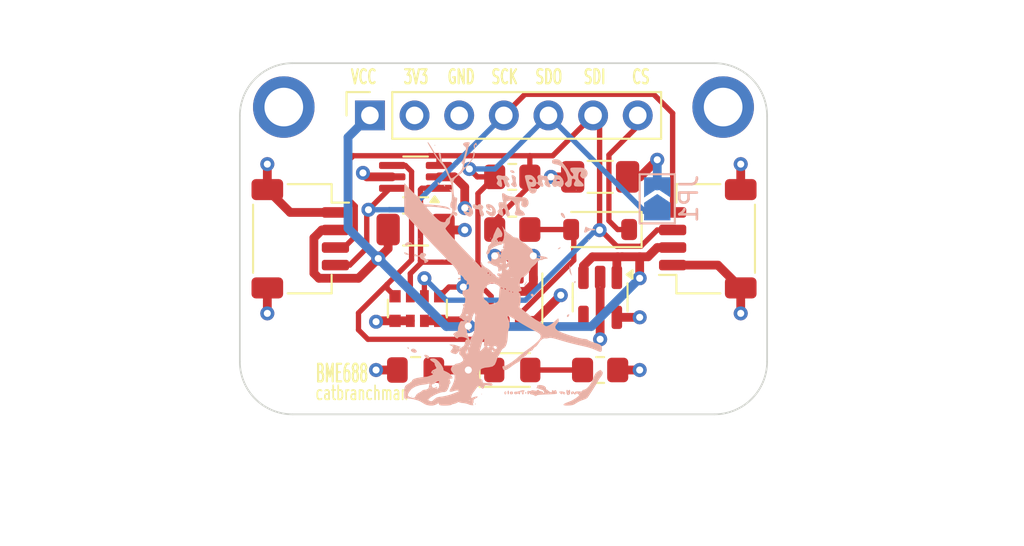
<source format=kicad_pcb>
(kicad_pcb (version 20240108) (generator "pcbnew") (generator_version "8.0")
  (layers (0 "F.Cu" signal) (1 "In1.Cu" power) (2 "In2.Cu" power) (31 "B.Cu" signal) (34 "B.Paste" user) (35 "F.Paste" user) (36 "B.SilkS" user "B.Silkscreen") (37 "F.SilkS" user "F.Silkscreen") (38 "B.Mask" user) (39 "F.Mask" user) (44 "Edge.Cuts" user))
  (net 0 "")
  (net 1 "GND")
  (net 2 "VCC")
  (net 3 "+3.3V")
  (net 4 "/CS_3V")
  (net 5 "/CS")
  (net 6 "Net-(D2-A)")
  (net 13 "/SDI{slash}SDA")
  (net 14 "/SCK{slash}SCL")
  (net 15 "/SDO{slash}ADR")
  (net 16 "/SDI_3V")
  (net 17 "/SCK_3V")
  (footprint "Package_TO_SOT_SMD:SOT-363_SC-70-6_Handsoldering" (layer "F.Cu") (at 222 93.475 180)
    (property "Reference" "Q1" (hide yes))
    (property "Value" "BSS138BKS,115")
    (pad "1" smd roundrect (at -1.33 -0.65 180) (size 1.5 0.4) (layers "F.Cu" "F.Paste" "F.Mask") (net 17 "/SCK_3V"))
    (pad "2" smd roundrect (at -1.33 0 180) (size 1.5 0.4) (layers "F.Cu" "F.Paste" "F.Mask") (net 3 "+3.3V"))
    (pad "3" smd roundrect (at -1.33 0.65 180) (size 1.5 0.4) (layers "F.Cu" "F.Paste" "F.Mask") (net 13 "/SDI{slash}SDA"))
    (pad "4" smd roundrect (at 1.33 0.65 180) (size 1.5 0.4) (layers "F.Cu" "F.Paste" "F.Mask") (net 16 "/SDI_3V"))
    (pad "5" smd roundrect (at 1.33 0 180) (size 1.5 0.4) (layers "F.Cu" "F.Paste" "F.Mask") (net 3 "+3.3V"))
    (pad "6" smd roundrect (at 1.33 -0.65 180) (size 1.5 0.4) (layers "F.Cu" "F.Paste" "F.Mask") (net 14 "/SCK{slash}SCL"))
  )
  (footprint "Resistor_SMD:R_0805_2012Metric_Pad1.20x1.40mm_HandSolder" (layer "F.Cu") (at 227.5 96.475)
    (property "Reference" "R1" (hide yes))
    (property "Value" "10kΩ")
    (pad "1" smd roundrect (at -1 0) (size 1.2 1.4) (layers "F.Cu" "F.Paste" "F.Mask") (roundrect_rratio 0.208333) (net 13 "/SDI{slash}SDA"))
    (pad "2" smd roundrect (at 1 0) (size 1.2 1.4) (layers "F.Cu" "F.Paste" "F.Mask") (roundrect_rratio 0.208333) (net 4 "/CS_3V"))
  )
  (footprint "MountingHole:MountingHole_2.2mm_M2_ISO7380" (layer "F.Cu") (at 214.5 104.5)
    (property "Reference" "H3" (hide yes))
    (property "Value" "MountingHole")
    (pad "" np_thru_hole circle (at 0 0) (size 2.2 2.2) (drill 2.2) (layers "*.Cu" "*.Mask"))
  )
  (footprint "Capacitor_SMD:C_1206_3216Metric_Pad1.33x1.80mm_HandSolder" (layer "F.Cu") (at 222 96.475)
    (property "Reference" "C1" (hide yes))
    (property "Value" "10uF")
    (pad "1" smd roundrect (at -1.5625 0) (size 1.325 1.8) (layers "F.Cu" "F.Paste" "F.Mask") (roundrect_rratio 0.188679) (net 2 "VCC"))
    (pad "2" smd roundrect (at 1.5625 0) (size 1.325 1.8) (layers "F.Cu" "F.Paste" "F.Mask") (roundrect_rratio 0.188679) (net 1 "GND"))
  )
  (footprint "MountingHole:MountingHole_2.2mm_M2_ISO7380" (layer "F.Cu") (at 239.5 104.5)
    (property "Reference" "H4" (hide yes))
    (property "Value" "MountingHole")
    (pad "" np_thru_hole circle (at 0 0) (size 2.2 2.2) (drill 2.2) (layers "*.Cu" "*.Mask"))
  )
  (footprint "Package_TO_SOT_SMD:SOT-23-5" (layer "F.Cu") (at 232.5 100.3375 -90)
    (property "Reference" "U2" (hide yes))
    (property "Value" "XC6210B332MR-G")
    (pad "1" smd roundrect (at -1.1375 -0.95 270) (size 1.325 0.6) (layers "F.Cu" "F.Paste" "F.Mask") (net 2 "VCC"))
    (pad "2" smd roundrect (at -1.1375 0 270) (size 1.325 0.6) (layers "F.Cu" "F.Paste" "F.Mask") (net 1 "GND"))
    (pad "3" smd roundrect (at -1.1375 0.95 270) (size 1.325 0.6) (layers "F.Cu" "F.Paste" "F.Mask") (net 2 "VCC"))
    (pad "4" smd roundrect (at 1.1375 0.95 270) (size 1.325 0.6) (layers "F.Cu" "F.Paste" "F.Mask"))
    (pad "5" smd roundrect (at 1.1375 -0.95 270) (size 1.325 0.6) (layers "F.Cu" "F.Paste" "F.Mask") (net 3 "+3.3V"))
  )
  (footprint "Resistor_SMD:R_0805_2012Metric_Pad1.20x1.40mm_HandSolder" (layer "F.Cu") (at 232.5 104.475 180)
    (property "Reference" "R3" (hide yes))
    (property "Value" "10kΩ")
    (pad "1" smd roundrect (at -1 0 180) (size 1.2 1.4) (layers "F.Cu" "F.Paste" "F.Mask") (roundrect_rratio 0.208333) (net 3 "+3.3V"))
    (pad "2" smd roundrect (at 1 0 180) (size 1.2 1.4) (layers "F.Cu" "F.Paste" "F.Mask") (roundrect_rratio 0.208333) (net 6 "Net-(D2-A)"))
  )
  (footprint "Connector_JST:JST_SH_SM04B-SRSS-TB_1x04-1MP_P1.00mm_Horizontal" (layer "F.Cu") (at 238.625 97 90)
    (property "Reference" "J3" (hide yes))
    (property "Value" "STEMMA_I2C_QT")
    (pad "1" smd roundrect (at -1.5 -2 90) (size 0.6 1.55) (layers "F.Cu" "F.Paste" "F.Mask") (net 1 "GND"))
    (pad "2" smd roundrect (at -0.5 -2 90) (size 0.6 1.55) (layers "F.Cu" "F.Paste" "F.Mask") (net 2 "VCC"))
    (pad "3" smd roundrect (at 0.5 -2 90) (size 0.6 1.55) (layers "F.Cu" "F.Paste" "F.Mask") (net 13 "/SDI{slash}SDA"))
    (pad "4" smd roundrect (at 1.5 -2 90) (size 0.6 1.55) (layers "F.Cu" "F.Paste" "F.Mask") (net 14 "/SCK{slash}SCL"))
    (pad "MP" smd roundrect (at -2.8 1.875 90) (size 1.2 1.8) (layers "F.Cu" "F.Paste" "F.Mask") (roundrect_rratio 0.208333) (net 1 "GND"))
    (pad "MP" smd roundrect (at 2.8 1.875 90) (size 1.2 1.8) (layers "F.Cu" "F.Paste" "F.Mask") (roundrect_rratio 0.208333) (net 1 "GND"))
  )
  (footprint "Capacitor_SMD:C_1206_3216Metric_Pad1.33x1.80mm_HandSolder" (layer "F.Cu") (at 232.5 93.475)
    (property "Reference" "C2" (hide yes))
    (property "Value" "10uF")
    (pad "1" smd roundrect (at -1.5625 0) (size 1.325 1.8) (layers "F.Cu" "F.Paste" "F.Mask") (roundrect_rratio 0.188679) (net 3 "+3.3V"))
    (pad "2" smd roundrect (at 1.5625 0) (size 1.325 1.8) (layers "F.Cu" "F.Paste" "F.Mask") (roundrect_rratio 0.188679) (net 1 "GND"))
  )
  (footprint "Package_LGA:Bosch_LGA-8_3x3mm_P0.8mm_ClockwisePinNumbering" (layer "F.Cu") (at 227.5 100.475 180)
    (property "Reference" "U1" (hide yes))
    (property "Value" "BME688")
    (pad "1" smd roundrect (at -1.2 -1.1875 180) (size 0.5 0.525) (layers "F.Cu" "F.Paste" "F.Mask") (net 1 "GND"))
    (pad "2" smd roundrect (at -0.4 -1.1875 180) (size 0.5 0.525) (layers "F.Cu" "F.Paste" "F.Mask") (net 4 "/CS_3V"))
    (pad "3" smd roundrect (at 0.4 -1.1875 180) (size 0.5 0.525) (layers "F.Cu" "F.Paste" "F.Mask") (net 16 "/SDI_3V"))
    (pad "4" smd roundrect (at 1.2 -1.1875 180) (size 0.5 0.525) (layers "F.Cu" "F.Paste" "F.Mask") (net 17 "/SCK_3V"))
    (pad "5" smd roundrect (at 1.2 1.1875 180) (size 0.5 0.525) (layers "F.Cu" "F.Paste" "F.Mask") (net 15 "/SDO{slash}ADR"))
    (pad "6" smd roundrect (at 0.4 1.1875 180) (size 0.5 0.525) (layers "F.Cu" "F.Paste" "F.Mask") (net 3 "+3.3V"))
    (pad "7" smd roundrect (at -0.4 1.1875 180) (size 0.5 0.525) (layers "F.Cu" "F.Paste" "F.Mask") (net 1 "GND"))
    (pad "8" smd roundrect (at -1.2 1.1875 180) (size 0.5 0.525) (layers "F.Cu" "F.Paste" "F.Mask") (net 3 "+3.3V"))
  )
  (footprint "MountingHole:MountingHole_2.2mm_M2_ISO7380_Pad_TopBottom" (layer "F.Cu") (at 214.5 89.5)
    (property "Reference" "H1" (hide yes))
    (property "Value" "MountingHole_Pad")
    (pad "1" thru_hole circle (at 0 0) (size 2.6 2.6) (drill 2.2) (layers "*.Cu" "*.Mask"))
    (pad "1" connect circle (at 0 0) (size 3.5 3.5) (layers "F.Cu" "F.Mask"))
    (pad "1" connect circle (at 0 0) (size 3.5 3.5) (layers "B.Cu" "B.Mask"))
  )
  (footprint "Connector_PinSocket_2.54mm:PinSocket_1x07_P2.54mm_Vertical" (layer "F.Cu") (at 219.4 89.975 90)
    (property "Reference" "J1" (hide yes))
    (property "Value" "Conn_01x07")
    (pad "1" thru_hole rect (at 0 0 90) (size 1.7 1.7) (drill 1) (layers "*.Cu" "*.Mask") (net 2 "VCC"))
    (pad "2" thru_hole oval (at 0 2.54 90) (size 1.7 1.7) (drill 1) (layers "*.Cu" "*.Mask") (net 3 "+3.3V"))
    (pad "3" thru_hole oval (at 0 5.08 90) (size 1.7 1.7) (drill 1) (layers "*.Cu" "*.Mask") (net 1 "GND"))
    (pad "4" thru_hole oval (at 0 7.62 90) (size 1.7 1.7) (drill 1) (layers "*.Cu" "*.Mask") (net 14 "/SCK{slash}SCL"))
    (pad "5" thru_hole oval (at 0 10.16 90) (size 1.7 1.7) (drill 1) (layers "*.Cu" "*.Mask") (net 15 "/SDO{slash}ADR"))
    (pad "6" thru_hole oval (at 0 12.7 90) (size 1.7 1.7) (drill 1) (layers "*.Cu" "*.Mask") (net 13 "/SDI{slash}SDA"))
    (pad "7" thru_hole oval (at 0 15.24 90) (size 1.7 1.7) (drill 1) (layers "*.Cu" "*.Mask") (net 5 "/CS"))
  )
  (footprint "LED_SMD:LED_0805_2012Metric_Pad1.15x1.40mm_HandSolder" (layer "F.Cu") (at 227.5 104.475)
    (property "Reference" "D2" (hide yes))
    (property "Value" "LED")
    (pad "1" smd roundrect (at -1.025 0) (size 1.15 1.4) (layers "F.Cu" "F.Paste" "F.Mask") (roundrect_rratio 0.217391) (net 1 "GND"))
    (pad "2" smd roundrect (at 1.025 0) (size 1.15 1.4) (layers "F.Cu" "F.Paste" "F.Mask") (roundrect_rratio 0.217391) (net 6 "Net-(D2-A)"))
  )
  (footprint "Capacitor_SMD:C_0805_2012Metric_Pad1.18x1.45mm_HandSolder" (layer "F.Cu") (at 222 104.475)
    (property "Reference" "C3" (hide yes))
    (property "Value" "0.1uF")
    (pad "1" smd roundrect (at -1.0375 0) (size 1.175 1.45) (layers "F.Cu" "F.Paste" "F.Mask") (roundrect_rratio 0.212766) (net 3 "+3.3V"))
    (pad "2" smd roundrect (at 1.0375 0) (size 1.175 1.45) (layers "F.Cu" "F.Paste" "F.Mask") (roundrect_rratio 0.212766) (net 1 "GND"))
  )
  (footprint "Resistor_SMD:R_0805_2012Metric_Pad1.20x1.40mm_HandSolder" (layer "F.Cu") (at 227.5 93.475 180)
    (property "Reference" "R2" (hide yes))
    (property "Value" "10kΩ")
    (pad "1" smd roundrect (at -1 0 180) (size 1.2 1.4) (layers "F.Cu" "F.Paste" "F.Mask") (roundrect_rratio 0.208333) (net 13 "/SDI{slash}SDA"))
    (pad "2" smd roundrect (at 1 0 180) (size 1.2 1.4) (layers "F.Cu" "F.Paste" "F.Mask") (roundrect_rratio 0.208333) (net 15 "/SDO{slash}ADR"))
  )
  (footprint "MountingHole:MountingHole_2.2mm_M2_ISO7380_Pad_TopBottom" (layer "F.Cu") (at 239.5 89.5)
    (property "Reference" "H2" (hide yes))
    (property "Value" "MountingHole_Pad")
    (pad "1" thru_hole circle (at 0 0) (size 2.6 2.6) (drill 2.2) (layers "*.Cu" "*.Mask"))
    (pad "1" connect circle (at 0 0) (size 3.5 3.5) (layers "F.Cu" "F.Mask"))
    (pad "1" connect circle (at 0 0) (size 3.5 3.5) (layers "B.Cu" "B.Mask"))
  )
  (footprint "Resistor_SMD:R_Array_Convex_4x0612" (layer "F.Cu") (at 222.1 100.975 -90)
    (property "Reference" "RN1" (hide yes))
    (property "Value" "10kΩ")
    (pad "1" smd rect (at -0.7 -1.27 270) (size 0.7 0.64) (layers "F.Cu" "F.Paste" "F.Mask") (net 14 "/SCK{slash}SCL"))
    (pad "2" smd rect (at -0.7 -0.4 270) (size 0.7 0.5) (layers "F.Cu" "F.Paste" "F.Mask") (net 13 "/SDI{slash}SDA"))
    (pad "3" smd rect (at -0.7 0.4 270) (size 0.7 0.5) (layers "F.Cu" "F.Paste" "F.Mask") (net 17 "/SCK_3V"))
    (pad "4" smd rect (at -0.7 1.27 270) (size 0.7 0.64) (layers "F.Cu" "F.Paste" "F.Mask") (net 16 "/SDI_3V"))
    (pad "5" smd rect (at 0.7 1.27 270) (size 0.7 0.64) (layers "F.Cu" "F.Paste" "F.Mask") (net 3 "+3.3V"))
    (pad "6" smd rect (at 0.7 0.4 270) (size 0.7 0.5) (layers "F.Cu" "F.Paste" "F.Mask") (net 3 "+3.3V"))
    (pad "7" smd rect (at 0.7 -0.4 270) (size 0.7 0.5) (layers "F.Cu" "F.Paste" "F.Mask") (net 2 "VCC"))
    (pad "8" smd rect (at 0.7 -1.27 270) (size 0.7 0.64) (layers "F.Cu" "F.Paste" "F.Mask") (net 2 "VCC"))
  )
  (footprint "Diode_SMD:D_SOD-123" (layer "F.Cu") (at 232.5 96.475 180)
    (property "Reference" "D1" (hide yes))
    (property "Value" "1N4148W")
    (pad "1" smd roundrect (at -1.65 0 180) (size 0.9 1.2) (layers "F.Cu" "F.Paste" "F.Mask") (net 5 "/CS"))
    (pad "2" smd roundrect (at 1.65 0 180) (size 0.9 1.2) (layers "F.Cu" "F.Paste" "F.Mask") (net 4 "/CS_3V"))
  )
  (footprint "Connector_JST:JST_SH_SM04B-SRSS-TB_1x04-1MP_P1.00mm_Horizontal" (layer "F.Cu") (at 215.4375 97 -90)
    (property "Reference" "J2" (hide yes))
    (property "Value" "STEMMA_I2C_QT")
    (pad "1" smd roundrect (at -1.5 -2 270) (size 0.6 1.55) (layers "F.Cu" "F.Paste" "F.Mask") (net 1 "GND"))
    (pad "2" smd roundrect (at -0.5 -2 270) (size 0.6 1.55) (layers "F.Cu" "F.Paste" "F.Mask") (net 2 "VCC"))
    (pad "3" smd roundrect (at 0.5 -2 270) (size 0.6 1.55) (layers "F.Cu" "F.Paste" "F.Mask") (net 13 "/SDI{slash}SDA"))
    (pad "4" smd roundrect (at 1.5 -2 270) (size 0.6 1.55) (layers "F.Cu" "F.Paste" "F.Mask") (net 14 "/SCK{slash}SCL"))
    (pad "MP" smd roundrect (at -2.8 1.875 270) (size 1.2 1.8) (layers "F.Cu" "F.Paste" "F.Mask") (roundrect_rratio 0.208333) (net 1 "GND"))
    (pad "MP" smd roundrect (at 2.8 1.875 270) (size 1.2 1.8) (layers "F.Cu" "F.Paste" "F.Mask") (roundrect_rratio 0.208333) (net 1 "GND"))
  )
  (footprint "LOGO" (layer "B.Cu") (at 227.000831 99 180)
    (property "Reference" "G***" (hide yes))
    (property "Value" "LOGO" (hide yes))
  )
  (footprint "Jumper:SolderJumper-2_P1.3mm_Open_TrianglePad1.0x1.5mm" (layer "B.Cu") (at 235.75 94.725 90)
    (property "Reference" "JP1" (at 0 1.8 90) (layer "B.SilkS") (effects (justify mirror)))
    (property "Value" "SolderJumper_2_Open")
    (pad "1" smd custom (at -0.725 0 90) (size 0.3 0.3) (layers "B.Cu" "B.Mask") (net 15 "/SDO{slash}ADR") (options (clearance outline) (anchor rect)) (primitives (gr_poly (pts (xy 1 0) (xy 0.5 -0.75) (xy -0.5 -0.75) (xy -0.5 0.75) (xy 0.5 0.75)) (width 0) (fill yes))))
    (pad "2" smd custom (at 0.725 0 90) (size 0.3 0.3) (layers "B.Cu" "B.Mask") (net 1 "GND") (options (clearance outline) (anchor rect)) (primitives (gr_poly (pts (xy 0.5 -0.75) (xy -0.65 -0.75) (xy -0.15 0) (xy -0.65 0.75) (xy 0.5 0.75)) (width 0) (fill yes))))
  )
  (gr_line (start 215 87) (end 239 87) (stroke (width 0.1)) (layer "Edge.Cuts"))
  (gr_line (start 242 90) (end 242 104) (stroke (width 0.1)) (layer "Edge.Cuts"))
  (gr_arc (start 212 90) (mid 212.87868 87.87868) (end 215 87) (stroke (width 0.1)) (layer "Edge.Cuts"))
  (gr_line (start 239 107) (end 215 107) (stroke (width 0.1)) (layer "Edge.Cuts"))
  (gr_arc (start 239 87) (mid 241.12132 87.87868) (end 242 90) (stroke (width 0.1)) (layer "Edge.Cuts"))
  (gr_arc (start 215 107) (mid 212.87868 106.12132) (end 212 104) (stroke (width 0.1)) (layer "Edge.Cuts"))
  (gr_line (start 212 104) (end 212 90) (stroke (width 0.1)) (layer "Edge.Cuts"))
  (gr_arc (start 242 104) (mid 241.12132 106.12132) (end 239 107) (stroke (width 0.1)) (layer "Edge.Cuts"))
  (gr_text "catbranchman" (at 216.25 106.25 0) (layer "F.SilkS") (effects (font (size 0.8 0.5) (thickness 0.09375) (bold yes)) (justify left bottom)))
  (gr_text "BME688" (at 216.25 105.25 0) (layer "F.SilkS") (effects (font (size 1 0.5) (thickness 0.125) (bold yes)) (justify left bottom)))
  (gr_text "SDO" (at 228.75 88.25 0) (layer "F.SilkS") (effects (font (size 0.8 0.5) (thickness 0.125)) (justify left bottom)))
  (gr_text "3V3" (at 221.25 88.25 0) (layer "F.SilkS") (effects (font (size 0.8 0.5) (thickness 0.125)) (justify left bottom)))
  (gr_text "VCC" (at 218.25 88.25 0) (layer "F.SilkS") (effects (font (size 0.8 0.5) (thickness 0.125)) (justify left bottom)))
  (gr_text "SDI" (at 231.5 88.25 0) (layer "F.SilkS") (effects (font (size 0.8 0.5) (thickness 0.125)) (justify left bottom)))
  (gr_text "CS" (at 234.25 88.25 0) (layer "F.SilkS") (effects (font (size 0.8 0.5) (thickness 0.125)) (justify left bottom)))
  (gr_text "GND" (at 223.75 88.25 0) (layer "F.SilkS") (effects (font (size 0.8 0.5) (thickness 0.125)) (justify left bottom)))
  (gr_text "SCK" (at 226.25 88.25 0) (layer "F.SilkS") (effects (font (size 0.8 0.5) (thickness 0.125)) (justify left bottom)))
  (segment (start 224.7952 96.5) (end 223.65 96.5) (width 0.5) (layer "F.Cu") (net 1))
  (segment (start 236.625 98.5) (end 239.2 98.5) (width 0.5) (layer "F.Cu") (net 1))
  (segment (start 239.2 98.5) (end 240.5 99.8) (width 0.5) (layer "F.Cu") (net 1))
  (segment (start 234.775 93.475) (end 234.0625 93.475) (width 0.5) (layer "F.Cu") (net 1))
  (segment (start 217.4375 95.5) (end 214.8625 95.5) (width 0.5) (layer "F.Cu") (net 1))
  (segment (start 240.5 99.8) (end 240.5 101.25) (width 0.5) (layer "F.Cu") (net 1))
  (segment (start 227.9 99.14639) (end 227.9 99.2875) (width 0.3048) (layer "F.Cu") (net 1))
  (segment (start 228.8125 101.6625) (end 228.7 101.6625) (width 0.3048) (layer "F.Cu") (net 1))
  (segment (start 240.5 92.75) (end 240.5 94.2) (width 0.5) (layer "F.Cu") (net 1))
  (segment (start 227.25 97.975) (end 226.5 97.975) (width 0.5) (layer "F.Cu") (net 1))
  (segment (start 225 104.475) (end 223.0375 104.475) (width 0.5) (layer "F.Cu") (net 1))
  (segment (start 227.9 98.625) (end 227.25 97.975) (width 0.5) (layer "F.Cu") (net 1))
  (segment (start 213.5625 92.75) (end 213.5625 94.2) (width 0.5) (layer "F.Cu") (net 1))
  (segment (start 213.5625 100.2625) (end 213.5625 101.25) (width 0.5) (layer "F.Cu") (net 1))
  (segment (start 230.2601 100.2149) (end 228.8125 101.6625) (width 0.5) (layer "F.Cu") (net 1))
  (segment (start 235.75 92.5) (end 234.775 93.475) (width 0.5) (layer "F.Cu") (net 1))
  (segment (start 214.8625 95.5) (end 213.5625 94.2) (width 0.5) (layer "F.Cu") (net 1))
  (segment (start 232.5 99.2) (end 232.5 102.725) (width 0.5) (layer "F.Cu") (net 1))
  (segment (start 225 104.475) (end 226.475 104.475) (width 0.5) (layer "F.Cu") (net 1))
  (segment (start 227.9 99.14639) (end 227.9 98.625) (width 0.5) (layer "F.Cu") (net 1))
  (via (at 235.75 92.5) (size 0.8) (drill 0.4) (layers "F.Cu" "B.Cu") (net 1))
  (via (at 240.5 92.75) (size 0.8) (drill 0.4) (layers "F.Cu" "B.Cu") (net 1))
  (via (at 213.5625 92.75) (size 0.8) (drill 0.4) (layers "F.Cu" "B.Cu") (net 1))
  (via (at 232.5 102.725) (size 0.8) (drill 0.4) (layers "F.Cu" "B.Cu") (net 1))
  (via (at 213.5625 101.25) (size 0.8) (drill 0.4) (layers "F.Cu" "B.Cu") (net 1))
  (via (at 226.5 97.975) (size 0.8) (drill 0.4) (layers "F.Cu" "B.Cu") (net 1))
  (via (at 240.5 101.25) (size 0.8) (drill 0.4) (layers "F.Cu" "B.Cu") (net 1))
  (via (at 224.7952 96.5) (size 0.8) (drill 0.4) (layers "F.Cu" "B.Cu") (net 1))
  (via (at 230.2601 100.2149) (size 0.8) (drill 0.4) (layers "F.Cu" "B.Cu") (net 1))
  (via (at 225 104.475) (size 0.8) (drill 0.4) (layers "F.Cu" "B.Cu") (net 1))
  (segment (start 235.75 92.5) (end 235.75 93.995097) (width 0.5) (layer "B.Cu") (net 1))
  (segment (start 235.75 97.5) (end 236.625 97.5) (width 0.5) (layer "F.Cu") (net 2))
  (segment (start 217.4375 96.5) (end 216.662501 96.5) (width 0.5) (layer "F.Cu") (net 2))
  (segment (start 225 101.975) (end 224.7 101.675) (width 0.5) (layer "F.Cu") (net 2))
  (segment (start 233.75 98.0274) (end 233.7476 98.0298) (width 0.5) (layer "F.Cu") (net 2))
  (segment (start 220.4375 96.475) (end 220.4375 97.5625) (width 0.5) (layer "F.Cu") (net 2))
  (segment (start 216.2125 98.9625) (end 216.5 99.25) (width 0.5) (layer "F.Cu") (net 2))
  (segment (start 234.75 98.0274) (end 233.75 98.0274) (width 0.5) (layer "F.Cu") (net 2))
  (segment (start 232.057701 98.0298) (end 231.55 98.537501) (width 0.5) (layer "F.Cu") (net 2))
  (segment (start 216.5 99.25) (end 218.75 99.25) (width 0.5) (layer "F.Cu") (net 2))
  (segment (start 220.4375 97.5625) (end 219.875 98.125) (width 0.5) (layer "F.Cu") (net 2))
  (segment (start 224.7 101.675) (end 223.3 101.675) (width 0.5) (layer "F.Cu") (net 2))
  (segment (start 235.2226 98.0274) (end 235.75 97.5) (width 0.5) (layer "F.Cu") (net 2))
  (segment (start 234.75 98.0274) (end 235.2226 98.0274) (width 0.5) (layer "F.Cu") (net 2))
  (segment (start 223.37 101.675) (end 222.5 101.675) (width 0.5) (layer "F.Cu") (net 2))
  (segment (start 231.55 98.537501) (end 231.55 99.2) (width 0.5) (layer "F.Cu") (net 2))
  (segment (start 216.662501 96.5) (end 216.2125 96.950001) (width 0.5) (layer "F.Cu") (net 2))
  (segment (start 216.2125 96.950001) (end 216.2125 98.9625) (width 0.5) (layer "F.Cu") (net 2))
  (segment (start 233.45 99.2) (end 233.45 98.0798) (width 0.5) (layer "F.Cu") (net 2))
  (segment (start 233.5 98.0298) (end 232.057701 98.0298) (width 0.5) (layer "F.Cu") (net 2))
  (segment (start 233.45 98.0798) (end 233.5 98.0298) (width 0.5) (layer "F.Cu") (net 2))
  (segment (start 234.75 99.25) (end 234.75 98.0274) (width 0.5) (layer "F.Cu") (net 2))
  (segment (start 218.75 99.25) (end 219.875 98.125) (width 0.5) (layer "F.Cu") (net 2))
  (segment (start 233.7476 98.0298) (end 233.5 98.0298) (width 0.5) (layer "F.Cu") (net 2))
  (via (at 225 101.975) (size 0.8) (drill 0.4) (layers "F.Cu" "B.Cu") (net 2))
  (via (at 234.75 99.25) (size 0.8) (drill 0.4) (layers "F.Cu" "B.Cu") (net 2))
  (via (at 219.875 98.125) (size 0.8) (drill 0.4) (layers "F.Cu" "B.Cu") (net 2))
  (segment (start 219.875 98.125) (end 223.75 102) (width 0.5) (layer "B.Cu") (net 2))
  (segment (start 232 102) (end 234.75 99.25) (width 0.5) (layer "B.Cu") (net 2))
  (segment (start 219.875 98.125) (end 218.1548 96.4048) (width 0.5) (layer "B.Cu") (net 2))
  (segment (start 223.75 102) (end 232 102) (width 0.5) (layer "B.Cu") (net 2))
  (segment (start 218.1548 96.4048) (end 218.1548 91.2202) (width 0.5) (layer "B.Cu") (net 2))
  (segment (start 219.782935 98.217065) (end 219.782935 98.029172) (width 0.5) (layer "B.Cu") (net 2))
  (segment (start 218.1548 91.2202) (end 219.4 89.975) (width 0.5) (layer "B.Cu") (net 2))
  (segment (start 219.782935 98.029172) (end 219.782935 98.032935) (width 0.5) (layer "B.Cu") (net 2))
  (segment (start 219.782935 98.032935) (end 219.875 98.125) (width 0.5) (layer "B.Cu") (net 2))
  (segment (start 228.7 97.975) (end 228.7 99.2875) (width 0.5) (layer "F.Cu") (net 3))
  (segment (start 234.75 101.475) (end 233.45 101.475) (width 0.5) (layer "F.Cu") (net 3))
  (segment (start 219.75 101.725) (end 219.8 101.675) (width 0.5) (layer "F.Cu") (net 3))
  (segment (start 227.275 100) (end 227.1 99.825) (width 0.5) (layer "F.Cu") (net 3))
  (segment (start 219.2298 93.475) (end 220.67 93.475) (width 0.5) (layer "F.Cu") (net 3))
  (segment (start 224.7952 94.059612) (end 224.210588 93.475) (width 0.5) (layer "F.Cu") (net 3))
  (segment (start 224.210588 93.475) (end 223.33 93.475) (width 0.5) (layer "F.Cu") (net 3))
  (segment (start 219.0048 93.25) (end 219.2298 93.475) (width 0.5) (layer "F.Cu") (net 3))
  (segment (start 221.7 101.675) (end 220.83 101.675) (width 0.5) (layer "F.Cu") (net 3))
  (segment (start 228.7 99.566638) (end 228.266638 100) (width 0.5) (layer "F.Cu") (net 3))
  (segment (start 229.7 93.475) (end 230.9375 93.475) (width 0.5) (layer "F.Cu") (net 3))
  (segment (start 228.7 99.2875) (end 228.7 99.566638) (width 0.5) (layer "F.Cu") (net 3))
  (segment (start 220.9625 104.475) (end 219.75 104.475) (width 0.5) (layer "F.Cu") (net 3))
  (segment (start 233.5 104.475) (end 234.75 104.475) (width 0.5) (layer "F.Cu") (net 3))
  (segment (start 219.8 101.675) (end 220.83 101.675) (width 0.5) (layer "F.Cu") (net 3))
  (segment (start 228.266638 100) (end 227.275 100) (width 0.5) (layer "F.Cu") (net 3))
  (segment (start 227.1 99.825) (end 227.1 99.2875) (width 0.5) (layer "F.Cu") (net 3))
  (segment (start 224.7952 95.25) (end 224.7952 94.059612) (width 0.5) (layer "F.Cu") (net 3))
  (via (at 219.75 104.475) (size 0.8) (drill 0.4) (layers "F.Cu" "B.Cu") (net 3))
  (via (at 219.0048 93.25) (size 0.8) (drill 0.4) (layers "F.Cu" "B.Cu") (net 3))
  (via (at 234.75 101.475) (size 0.8) (drill 0.4) (layers "F.Cu" "B.Cu") (net 3))
  (via (at 229.7 93.475) (size 0.8) (drill 0.4) (layers "F.Cu" "B.Cu") (net 3))
  (via (at 224.7952 95.25) (size 0.8) (drill 0.4) (layers "F.Cu" "B.Cu") (net 3))
  (via (at 219.75 101.725) (size 0.8) (drill 0.4) (layers "F.Cu" "B.Cu") (net 3))
  (via (at 234.75 104.475) (size 0.8) (drill 0.4) (layers "F.Cu" "B.Cu") (net 3))
  (via (at 228.7 97.975) (size 0.8) (drill 0.4) (layers "F.Cu" "B.Cu") (net 3))
  (segment (start 231 98.225) (end 227.9 101.325) (width 0.3048) (layer "F.Cu") (net 4))
  (segment (start 228.5 96.475) (end 230.85 96.475) (width 0.3048) (layer "F.Cu") (net 4))
  (segment (start 231 96.625) (end 231 98.225) (width 0.3048) (layer "F.Cu") (net 4))
  (segment (start 227.9 101.325) (end 227.9 101.6625) (width 0.3048) (layer "F.Cu") (net 4))
  (segment (start 233 95.975) (end 233 92.225) (width 0.3) (layer "F.Cu") (net 5))
  (segment (start 233 92.225) (end 234.64 90.585) (width 0.3) (layer "F.Cu") (net 5))
  (segment (start 233.5 96.475) (end 233 95.975) (width 0.3) (layer "F.Cu") (net 5))
  (segment (start 234.15 96.475) (end 233.5 96.475) (width 0.3) (layer "F.Cu") (net 5))
  (segment (start 231.5 104.475) (end 228.525 104.475) (width 0.3048) (layer "F.Cu") (net 6))
  (segment (start 218.4524 92.2726) (end 218.2524 92.4726) (width 0.3048) (layer "F.Cu") (net 13))
  (segment (start 222.7776 92.2726) (end 223.33 92.2726) (width 0.3048) (layer "F.Cu") (net 13))
  (segment (start 218.5649 95.137742) (end 218.5649 96.862258) (width 0.3048) (layer "F.Cu") (net 13))
  (segment (start 218.2524 94.825242) (end 218.5649 95.137742) (width 0.3048) (layer "F.Cu") (net 13))
  (segment (start 222.7776 92.2726) (end 228.5 92.2726) (width 0.3048) (layer "F.Cu") (net 13))
  (segment (start 233.4524 97.4274) (end 232.469669 96.444669) (width 0.3048) (layer "F.Cu") (net 13))
  (segment (start 228.5 93.475) (end 228.5 92.2726) (width 0.3) (layer "F.Cu") (net 13))
  (segment (start 218.2524 92.4726) (end 218.2524 94.825242) (width 0.3048) (layer "F.Cu") (net 13))
  (segment (start 222.5 99.25) (end 222.5 100.275) (width 0.3) (layer "F.Cu") (net 13))
  (segment (start 218.5649 96.862258) (end 217.927158 97.5) (width 0.3048) (layer "F.Cu") (net 13))
  (segment (start 222.7776 92.2726) (end 218.4524 92.2726) (width 0.3048) (layer "F.Cu") (net 13))
  (segment (start 234.8226 97.4274) (end 235.75 96.5) (width 0.3) (layer "F.Cu") (net 13))
  (segment (start 232.469669 96.444669) (end 232.469669 90.400531) (width 0.3048) (layer "F.Cu") (net 13))
  (segment (start 229.8024 92.2726) (end 232.1 89.975) (width 0.3048) (layer "F.Cu") (net 13))
  (segment (start 228.5 92.2726) (end 229.8024 92.2726) (width 0.3048) (layer "F.Cu") (net 13))
  (segment (start 223.33 92.2726) (end 223.33 92.825) (width 0.3048) (layer "F.Cu") (net 13))
  (segment (start 228.5 93.975) (end 226.5 95.975) (width 0.3) (layer "F.Cu") (net 13))
  (segment (start 233.4524 97.4274) (end 234.8226 97.4274) (width 0.3) (layer "F.Cu") (net 13))
  (segment (start 235.75 96.5) (end 236.625 96.5) (width 0.3) (layer "F.Cu") (net 13))
  (via (at 222.5 99.25) (size 0.8) (drill 0.4) (layers "F.Cu" "B.Cu") (net 13))
  (via (at 232.469669 96.505331) (size 0.8) (drill 0.4) (layers "F.Cu" "B.Cu") (net 13))
  (segment (start 232.244669 96.505331) (end 232.469669 96.505331) (width 0.3) (layer "B.Cu") (net 13))
  (segment (start 228.25 100.5) (end 232.244669 96.505331) (width 0.3) (layer "B.Cu") (net 13))
  (segment (start 223.75 100.5) (end 228.25 100.5) (width 0.3) (layer "B.Cu") (net 13))
  (segment (start 222.5 99.25) (end 223.75 100.5) (width 0.3) (layer "B.Cu") (net 13))
  (segment (start 223.895 99.75) (end 223.37 100.275) (width 0.3) (layer "F.Cu") (net 14))
  (segment (start 228.2224 88.7726) (end 227.02 89.975) (width 0.3048) (layer "F.Cu") (net 14))
  (segment (start 219.3173 95.3476) (end 220.5399 94.125) (width 0.3048) (layer "F.Cu") (net 14))
  (segment (start 219.2197 97.5303) (end 218.25 98.5) (width 0.3048) (layer "F.Cu") (net 14))
  (segment (start 219.2197 95.4452) (end 219.2197 97.5303) (width 0.3048) (layer "F.Cu") (net 14))
  (segment (start 236.625 95.5) (end 236.625 89.85) (width 0.3048) (layer "F.Cu") (net 14))
  (segment (start 218.25 98.5) (end 217.4375 98.5) (width 0.3048) (layer "F.Cu") (net 14))
  (segment (start 235.5476 88.7726) (end 228.2224 88.7726) (width 0.3048) (layer "F.Cu") (net 14))
  (segment (start 224.714341 99.75) (end 223.895 99.75) (width 0.3) (layer "F.Cu") (net 14))
  (segment (start 219.3173 95.3476) (end 219.2197 95.4452) (width 0.3048) (layer "F.Cu") (net 14))
  (segment (start 236.625 89.85) (end 235.5476 88.7726) (width 0.3048) (layer "F.Cu") (net 14))
  (via (at 224.714341 99.75) (size 0.8) (drill 0.4) (layers "F.Cu" "B.Cu") (net 14))
  (via (at 219.3173 95.3476) (size 0.8) (drill 0.4) (layers "F.Cu" "B.Cu") (net 14))
  (segment (start 221.6524 95.3476) (end 226.75 90.25) (width 0.3048) (layer "B.Cu") (net 14))
  (segment (start 224.714341 98.464341) (end 221.5976 95.3476) (width 0.3) (layer "B.Cu") (net 14))
  (segment (start 221.5976 95.3476) (end 220.5 95.3476) (width 0.3) (layer "B.Cu") (net 14))
  (segment (start 224.714341 99.75) (end 224.714341 98.464341) (width 0.3) (layer "B.Cu") (net 14))
  (segment (start 220.5 95.3476) (end 221.6524 95.3476) (width 0.3048) (layer "B.Cu") (net 14))
  (segment (start 220.5 95.3476) (end 219.3173 95.3476) (width 0.3048) (layer "B.Cu") (net 14))
  (segment (start 225.061139 93.025) (end 225.511139 93.475) (width 0.3048) (layer "F.Cu") (net 15))
  (segment (start 225.5476 98.5351) (end 226.3 99.2875) (width 0.3048) (layer "F.Cu") (net 15))
  (segment (start 225.511139 93.475) (end 226.5 93.475) (width 0.3048) (layer "F.Cu") (net 15))
  (segment (start 226.5 93.475) (end 225.5476 94.4274) (width 0.3048) (layer "F.Cu") (net 15))
  (segment (start 225.5476 94.4274) (end 225.5476 98.5351) (width 0.3048) (layer "F.Cu") (net 15))
  (via (at 225.061139 93.025) (size 0.8) (drill 0.4) (layers "F.Cu" "B.Cu") (net 15))
  (segment (start 229.56 89.975) (end 235.035 95.45) (width 0.3) (layer "B.Cu") (net 15))
  (segment (start 225.061139 93.025) (end 226.51 93.025) (width 0.3) (layer "B.Cu") (net 15))
  (segment (start 226.51 93.025) (end 229.56 89.975) (width 0.3) (layer "B.Cu") (net 15))
  (segment (start 235.035 95.45) (end 235.75 95.45) (width 0.3) (layer "B.Cu") (net 15))
  (segment (start 221.77 98.205) (end 221.77 93.175001) (width 0.3) (layer "F.Cu") (net 16))
  (segment (start 227.1 101.6625) (end 227.1 101.924999) (width 0.3) (layer "F.Cu") (net 16))
  (segment (start 220.83 100.275) (end 220.375 99.82) (width 0.3) (layer "F.Cu") (net 16))
  (segment (start 220.375 99.6) (end 221.77 98.205) (width 0.3) (layer "F.Cu") (net 16))
  (segment (start 221.77 93.175001) (end 221.419999 92.825) (width 0.3) (layer "F.Cu") (net 16))
  (segment (start 218.75 101.225) (end 220.375 99.6) (width 0.3) (layer "F.Cu") (net 16))
  (segment (start 218.75 102.190165) (end 218.75 101.225) (width 0.3) (layer "F.Cu") (net 16))
  (segment (start 220.375 99.82) (end 220.375 99.6) (width 0.3) (layer "F.Cu") (net 16))
  (segment (start 219.284835 102.725) (end 218.75 102.190165) (width 0.3) (layer "F.Cu") (net 16))
  (segment (start 221.419999 92.825) (end 220.67 92.825) (width 0.3) (layer "F.Cu") (net 16))
  (segment (start 226.299999 102.725) (end 219.284835 102.725) (width 0.3) (layer "F.Cu") (net 16))
  (segment (start 227.1 101.924999) (end 226.299999 102.725) (width 0.3) (layer "F.Cu") (net 16))
  (segment (start 223.33 94.125) (end 222.35 94.125) (width 0.3048) (layer "F.Cu") (net 17))
  (segment (start 226.3 100.275) (end 224.358158 98.333158) (width 0.3) (layer "F.Cu") (net 17))
  (segment (start 222.35 94.125) (end 222.2772 94.1978) (width 0.3048) (layer "F.Cu") (net 17))
  (segment (start 222.2772 94.1978) (end 222.2772 98.25) (width 0.3048) (layer "F.Cu") (net 17))
  (segment (start 222.2772 98.25) (end 222.2772 98.4083) (width 0.3048) (layer "F.Cu") (net 17))
  (segment (start 222.360358 98.333158) (end 222.2772 98.25) (width 0.3) (layer "F.Cu") (net 17))
  (segment (start 226.3 101.6625) (end 226.3 100.275) (width 0.3) (layer "F.Cu") (net 17))
  (segment (start 224.358158 98.333158) (end 222.360358 98.333158) (width 0.3) (layer "F.Cu") (net 17))
  (segment (start 222.2772 98.4083) (end 221.7 98.9855) (width 0.3048) (layer "F.Cu") (net 17))
  (segment (start 221.7 98.9855) (end 221.7 100.275) (width 0.3048) (layer "F.Cu") (net 17))
)
</source>
